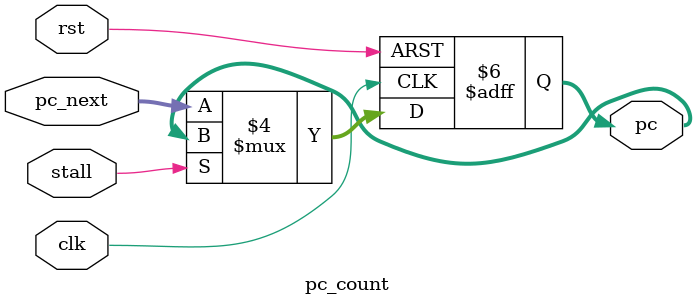
<source format=v>
module pc_count #(parameter WIDTH = 32) (
    input wire clk,
    input wire rst,
    input wire stall,
    input wire [WIDTH-1:0] pc_next,
    output reg [WIDTH-1:0] pc
);
always @(posedge clk or negedge rst) begin
    if(!rst) begin
        pc <= 'b0;
    end
    else begin
        if(!stall)
        pc <= pc_next;
    end
end
endmodule

</source>
